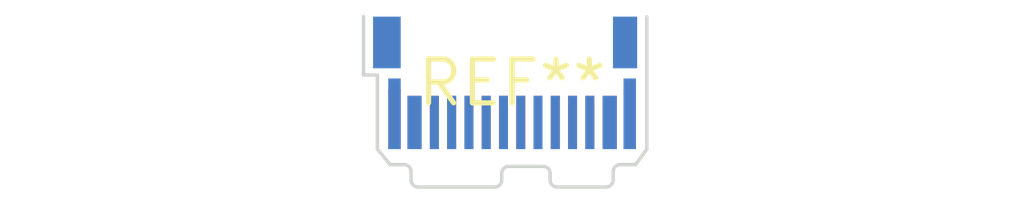
<source format=kicad_pcb>
(kicad_pcb (version 20240108) (generator pcbnew)
  (layers (0 "F.Cu" signal) (31 "B.Cu" signal) (34 "B.Paste" user) (35 "F.Paste" user) (36 "B.SilkS" user "B.Silkscreen") (37 "F.SilkS" user "F.Silkscreen") (38 "B.Mask" user) (39 "F.Mask" user) (44 "Edge.Cuts" user))
  (net 0 "")
  (footprint "USB_C_Plug_JAE_DX07P024AJ1" (layer "F.Cu") (at 0 0)
    (property "Reference" "REF**")
    (property "Value" "USB_C_Plug_JAE_DX07P024AJ1")
    (fp_line (start -4.3 -1.93) (end -4.3 -0.2275) (layer "Edge.Cuts") (stroke (width 0.1)))
    (fp_line (start -4.3 -0.2275) (end -3.9 -0.2275) (layer "Edge.Cuts") (stroke (width 0.1)))
    (fp_line (start -3.9 1.9225) (end -3.9 -0.2275) (layer "Edge.Cuts") (stroke (width 0.1)))
    (fp_line (start -3.53 2.3725) (end -3.9 1.9225) (layer "Edge.Cuts") (stroke (width 0.1)))
    (fp_line (start -3.125 2.3725) (end -3.53 2.3725) (layer "Edge.Cuts") (stroke (width 0.1)))
    (fp_line (start -2.925 2.8225) (end -2.925 2.5725) (layer "Edge.Cuts") (stroke (width 0.1)))
    (fp_line (start -0.5 3.0225) (end -2.725 3.0225) (layer "Edge.Cuts") (stroke (width 0.1)))
    (fp_line (start -0.3 2.6225) (end -0.3 2.8225) (layer "Edge.Cuts") (stroke (width 0.1)))
    (fp_line (start -0.1 2.4225) (end 0.9 2.4225) (layer "Edge.Cuts") (stroke (width 0.1)))
    (fp_line (start 1.1 2.8225) (end 1.1 2.6225) (layer "Edge.Cuts") (stroke (width 0.1)))
    (fp_line (start 1.3 3.0225) (end 2.725 3.0225) (layer "Edge.Cuts") (stroke (width 0.1)))
    (fp_line (start 2.925 2.8225) (end 2.925 2.5725) (layer "Edge.Cuts") (stroke (width 0.1)))
    (fp_line (start 3.125 2.3725) (end 3.575 2.3725) (layer "Edge.Cuts") (stroke (width 0.1)))
    (fp_line (start 3.575 2.3725) (end 3.9 1.9225) (layer "Edge.Cuts") (stroke (width 0.1)))
    (fp_line (start 3.9 1.9225) (end 3.9 -1.9175) (layer "Edge.Cuts") (stroke (width 0.1)))
    (fp_arc (start -3.125 2.3725) (mid -2.983579 2.431079) (end -2.925 2.5725) (layer "Edge.Cuts") (stroke (width 0.1)))
    (fp_arc (start -2.725 3.0225) (mid -2.866421 2.963921) (end -2.925 2.8225) (layer "Edge.Cuts") (stroke (width 0.1)))
    (fp_arc (start -0.3 2.6225) (mid -0.241421 2.481079) (end -0.1 2.4225) (layer "Edge.Cuts") (stroke (width 0.1)))
    (fp_arc (start -0.3 2.8225) (mid -0.358579 2.963921) (end -0.5 3.0225) (layer "Edge.Cuts") (stroke (width 0.1)))
    (fp_arc (start 0.9 2.4225) (mid 1.041421 2.481079) (end 1.1 2.6225) (layer "Edge.Cuts") (stroke (width 0.1)))
    (fp_arc (start 1.3 3.0225) (mid 1.158579 2.963921) (end 1.1 2.8225) (layer "Edge.Cuts") (stroke (width 0.1)))
    (fp_arc (start 2.925 2.5725) (mid 2.983579 2.431079) (end 3.125 2.3725) (layer "Edge.Cuts") (stroke (width 0.1)))
    (fp_arc (start 2.925 2.8225) (mid 2.866421 2.963921) (end 2.725 3.0225) (layer "Edge.Cuts") (stroke (width 0.1)))
    (pad "" smd rect (at -3.405 1.0475) (size 0.36 1.75) (layers "F.Cu" "F.Mask"))
    (pad "" smd rect (at 3.405 1.0475) (size 0.36 1.75) (layers "F.Cu" "F.Mask"))
    (pad "A1" smd rect (at 2.825 1.1475) (size 0.41 1.55) (layers "F.Cu" "F.Paste" "F.Mask"))
    (pad "A2" smd rect (at 2.25 1.1475) (size 0.26 1.55) (layers "F.Cu" "F.Paste" "F.Mask"))
    (pad "A3" smd rect (at 1.75 1.1475) (size 0.26 1.55) (layers "F.Cu" "F.Paste" "F.Mask"))
    (pad "A4" smd rect (at 1.25 1.1475) (size 0.26 1.55) (layers "F.Cu" "F.Paste" "F.Mask"))
    (pad "A5" smd rect (at 0.75 1.1475) (size 0.26 1.55) (layers "F.Cu" "F.Paste" "F.Mask"))
    (pad "A6" smd rect (at 0.25 1.1475 180) (size 0.26 1.55) (layers "F.Cu" "F.Paste" "F.Mask"))
    (pad "A7" smd rect (at -0.25 1.1475 180) (size 0.26 1.55) (layers "F.Cu" "F.Paste" "F.Mask"))
    (pad "A8" smd rect (at -0.75 1.1475) (size 0.26 1.55) (layers "F.Cu" "F.Paste" "F.Mask"))
    (pad "A9" smd rect (at -1.25 1.1475) (size 0.26 1.55) (layers "F.Cu" "F.Paste" "F.Mask"))
    (pad "A10" smd rect (at -1.75 1.1475) (size 0.26 1.55) (layers "F.Cu" "F.Paste" "F.Mask"))
    (pad "A11" smd rect (at -2.25 1.1475) (size 0.26 1.55) (layers "F.Cu" "F.Paste" "F.Mask"))
    (pad "A12" smd rect (at -2.825 1.1475) (size 0.41 1.55) (layers "F.Cu" "F.Paste" "F.Mask"))
    (pad "B1" smd rect (at -2.825 1.1475) (size 0.41 1.55) (layers "B.Cu" "B.Paste" "B.Mask"))
    (pad "B2" smd rect (at -2.25 1.1475) (size 0.26 1.55) (layers "B.Cu" "B.Paste" "B.Mask"))
    (pad "B3" smd rect (at -1.75 1.1475) (size 0.26 1.55) (layers "B.Cu" "B.Paste" "B.Mask"))
    (pad "B4" smd rect (at -1.25 1.1475) (size 0.26 1.55) (layers "B.Cu" "B.Paste" "B.Mask"))
    (pad "B5" smd rect (at -0.75 1.1475) (size 0.26 1.55) (layers "B.Cu" "B.Paste" "B.Mask"))
    (pad "B6" smd rect (at -0.25 1.1475 180) (size 0.26 1.55) (layers "B.Cu" "B.Paste" "B.Mask"))
    (pad "B7" smd rect (at 0.25 1.1475) (size 0.26 1.55) (layers "B.Cu" "B.Paste" "B.Mask"))
    (pad "B8" smd rect (at 0.75 1.1475) (size 0.26 1.55) (layers "B.Cu" "B.Paste" "B.Mask"))
    (pad "B9" smd rect (at 1.25 1.1475) (size 0.26 1.55) (layers "B.Cu" "B.Paste" "B.Mask"))
    (pad "B10" smd rect (at 1.75 1.1475) (size 0.26 1.55) (layers "B.Cu" "B.Paste" "B.Mask"))
    (pad "B11" smd rect (at 2.25 1.1475) (size 0.26 1.55) (layers "B.Cu" "B.Paste" "B.Mask"))
    (pad "B12" smd rect (at 2.825 1.1475) (size 0.41 1.55) (layers "B.Cu" "B.Paste" "B.Mask"))
    (pad "S1" smd rect (at -3.625 -1.1725) (size 0.8 1.5) (layers "B.Cu" "B.Paste" "B.Mask"))
    (pad "S1" smd rect (at -3.405 0.8975) (size 0.36 2.05) (layers "B.Cu" "B.Paste" "B.Mask"))
    (pad "S1" smd rect (at 3.27 -1.1725 180) (size 0.7 1.5) (layers "B.Cu" "B.Paste" "B.Mask"))
    (pad "S1" smd rect (at 3.405 0.8975) (size 0.36 2.05) (layers "B.Cu" "B.Paste" "B.Mask"))
  )
)
</source>
